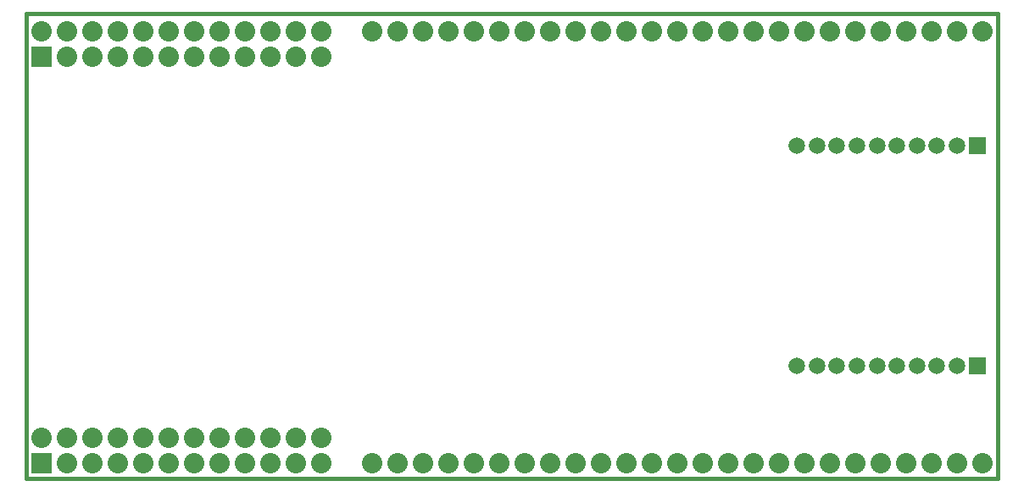
<source format=gts>
G04 (created by PCBNEW-RS274X (2012-apr-16-27)-stable) date Sun 17 Nov 2013 10:41:53 AM EET*
G01*
G70*
G90*
%MOIN*%
G04 Gerber Fmt 3.4, Leading zero omitted, Abs format*
%FSLAX34Y34*%
G04 APERTURE LIST*
%ADD10C,0.006000*%
%ADD11C,0.015000*%
%ADD12R,0.080000X0.080000*%
%ADD13C,0.080000*%
%ADD14C,0.065300*%
%ADD15R,0.065300X0.065300*%
G04 APERTURE END LIST*
G54D10*
G54D11*
X13400Y-30100D02*
X51600Y-30100D01*
X51600Y-11800D02*
X13400Y-11800D01*
X51600Y-30100D02*
X51600Y-11800D01*
X13400Y-11800D02*
X13400Y-30100D01*
G54D12*
X14000Y-29500D03*
G54D13*
X14000Y-28500D03*
X15000Y-29500D03*
X15000Y-28500D03*
X16000Y-29500D03*
X16000Y-28500D03*
X17000Y-29500D03*
X17000Y-28500D03*
X18000Y-29500D03*
X18000Y-28500D03*
X19000Y-29500D03*
X19000Y-28500D03*
X20000Y-29500D03*
X20000Y-28500D03*
X21000Y-29500D03*
X21000Y-28500D03*
X22000Y-29500D03*
X22000Y-28500D03*
X23000Y-29500D03*
X23000Y-28500D03*
X24000Y-29500D03*
X24000Y-28500D03*
X25000Y-29500D03*
X25000Y-28500D03*
G54D12*
X14000Y-13500D03*
G54D13*
X14000Y-12500D03*
X15000Y-13500D03*
X15000Y-12500D03*
X16000Y-13500D03*
X16000Y-12500D03*
X17000Y-13500D03*
X17000Y-12500D03*
X18000Y-13500D03*
X18000Y-12500D03*
X19000Y-13500D03*
X19000Y-12500D03*
X20000Y-13500D03*
X20000Y-12500D03*
X21000Y-13500D03*
X21000Y-12500D03*
X22000Y-13500D03*
X22000Y-12500D03*
X23000Y-13500D03*
X23000Y-12500D03*
X24000Y-13500D03*
X24000Y-12500D03*
X25000Y-13500D03*
X25000Y-12500D03*
X27000Y-12500D03*
X28000Y-12500D03*
X29000Y-12500D03*
X30000Y-12500D03*
X31000Y-12500D03*
X32000Y-12500D03*
X33000Y-12500D03*
X34000Y-12500D03*
X35000Y-12500D03*
X36000Y-12500D03*
X37000Y-12500D03*
X38000Y-12500D03*
X39000Y-12500D03*
X40000Y-12500D03*
X41000Y-12500D03*
X42000Y-12500D03*
X43000Y-12500D03*
X44000Y-12500D03*
X45000Y-12500D03*
X46000Y-12500D03*
X47000Y-12500D03*
X48000Y-12500D03*
X49000Y-12500D03*
X50000Y-12500D03*
X51000Y-12500D03*
X27000Y-29500D03*
X28000Y-29500D03*
X29000Y-29500D03*
X30000Y-29500D03*
X31000Y-29500D03*
X32000Y-29500D03*
X33000Y-29500D03*
X34000Y-29500D03*
X35000Y-29500D03*
X36000Y-29500D03*
X37000Y-29500D03*
X38000Y-29500D03*
X39000Y-29500D03*
X40000Y-29500D03*
X41000Y-29500D03*
X42000Y-29500D03*
X43000Y-29500D03*
X44000Y-29500D03*
X45000Y-29500D03*
X46000Y-29500D03*
X47000Y-29500D03*
X48000Y-29500D03*
X49000Y-29500D03*
X50000Y-29500D03*
X51000Y-29500D03*
G54D14*
X43701Y-17008D03*
X46850Y-17008D03*
X46063Y-17008D03*
X45275Y-17008D03*
X44488Y-17008D03*
X47638Y-17008D03*
X48425Y-17008D03*
X49213Y-17008D03*
G54D15*
X50787Y-17008D03*
G54D14*
X50000Y-17008D03*
X43701Y-25669D03*
X46850Y-25669D03*
X46063Y-25669D03*
X45275Y-25669D03*
X44488Y-25669D03*
X47638Y-25669D03*
X48425Y-25669D03*
X49213Y-25669D03*
G54D15*
X50787Y-25669D03*
G54D14*
X50000Y-25669D03*
M02*

</source>
